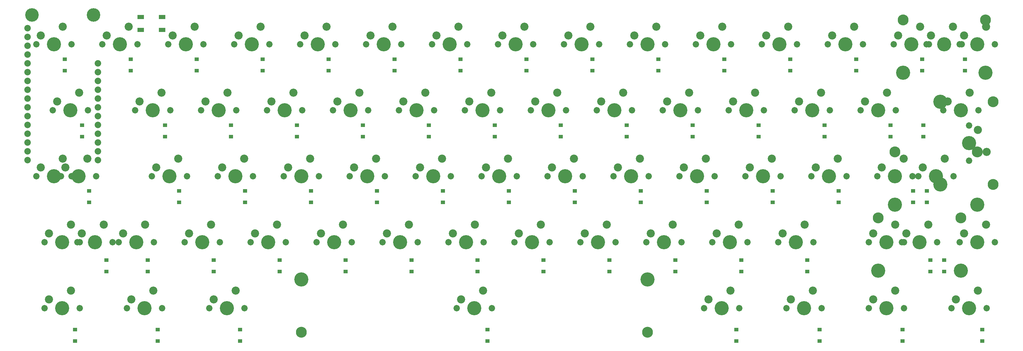
<source format=gbr>
%TF.GenerationSoftware,KiCad,Pcbnew,(5.1.6)-1*%
%TF.CreationDate,2020-11-16T00:09:50-08:00*%
%TF.ProjectId,Wireless-Keyboard,57697265-6c65-4737-932d-4b6579626f61,rev?*%
%TF.SameCoordinates,Original*%
%TF.FileFunction,Soldermask,Bot*%
%TF.FilePolarity,Negative*%
%FSLAX46Y46*%
G04 Gerber Fmt 4.6, Leading zero omitted, Abs format (unit mm)*
G04 Created by KiCad (PCBNEW (5.1.6)-1) date 2020-11-16 00:09:50*
%MOMM*%
%LPD*%
G01*
G04 APERTURE LIST*
%ADD10R,1.900000X1.200000*%
%ADD11C,3.910000*%
%ADD12C,1.878000*%
%ADD13C,2.350000*%
%ADD14C,4.087800*%
%ADD15C,1.850000*%
%ADD16C,3.148000*%
%ADD17R,1.300000X1.000000*%
G04 APERTURE END LIST*
D10*
%TO.C,SW1*%
X81100000Y-105850000D03*
X74900000Y-102150000D03*
X81100000Y-102150000D03*
X74900000Y-105850000D03*
%TD*%
D11*
%TO.C,MS1*%
X43540000Y-101540000D03*
X61320000Y-101540000D03*
D12*
X62590000Y-115510000D03*
X62590000Y-118050000D03*
X62590000Y-120590000D03*
X62590000Y-123130000D03*
X62590000Y-125670000D03*
X62590000Y-128210000D03*
X62590000Y-130750000D03*
X62590000Y-133290000D03*
X62590000Y-135830000D03*
X62590000Y-138370000D03*
X62590000Y-140910000D03*
X62590000Y-143450000D03*
X42270000Y-143450000D03*
X42270000Y-140910000D03*
X42270000Y-138370000D03*
X42270000Y-135830000D03*
X42270000Y-133290000D03*
X42270000Y-130750000D03*
X42270000Y-128210000D03*
X42270000Y-125670000D03*
X42270000Y-123130000D03*
X42270000Y-120590000D03*
X42270000Y-118050000D03*
X42270000Y-115510000D03*
X42270000Y-112970000D03*
X42270000Y-110430000D03*
X42270000Y-107890000D03*
X42270000Y-105350000D03*
%TD*%
D13*
%TO.C,MX66*%
X173840000Y-181120000D03*
D14*
X171300000Y-186200000D03*
D13*
X167490000Y-183660000D03*
D15*
X166220000Y-186200000D03*
X176380000Y-186200000D03*
D16*
X121300100Y-193185000D03*
X221299900Y-193185000D03*
D14*
X121300100Y-177945000D03*
X221299900Y-177945000D03*
%TD*%
D13*
%TO.C,MX69*%
X292902500Y-181120000D03*
D14*
X290362500Y-186200000D03*
D13*
X286552500Y-183660000D03*
D15*
X285282500Y-186200000D03*
X295442500Y-186200000D03*
%TD*%
D13*
%TO.C,MX48*%
X64302500Y-162070000D03*
D14*
X61762500Y-167150000D03*
D13*
X57952500Y-164610000D03*
D15*
X56682500Y-167150000D03*
X66842500Y-167150000D03*
%TD*%
D13*
%TO.C,MX17*%
X57158750Y-123970000D03*
D14*
X54618750Y-129050000D03*
D13*
X50808750Y-126510000D03*
D15*
X49538750Y-129050000D03*
X59698750Y-129050000D03*
%TD*%
D13*
%TO.C,MX31*%
X52396250Y-143020000D03*
D14*
X49856250Y-148100000D03*
D13*
X46046250Y-145560000D03*
D15*
X44776250Y-148100000D03*
X54936250Y-148100000D03*
%TD*%
D13*
%TO.C,MX45*%
X307190000Y-143020000D03*
D14*
X304650000Y-148100000D03*
D13*
X300840000Y-145560000D03*
D15*
X299570000Y-148100000D03*
X309730000Y-148100000D03*
D16*
X292743750Y-141115000D03*
X316556250Y-141115000D03*
D14*
X292743750Y-156355000D03*
X316556250Y-156355000D03*
%TD*%
D13*
%TO.C,MX44*%
X295283750Y-143020000D03*
D14*
X292743750Y-148100000D03*
D13*
X288933750Y-145560000D03*
D15*
X287663750Y-148100000D03*
X297823750Y-148100000D03*
%TD*%
D13*
%TO.C,MX70*%
X316715000Y-181120000D03*
D14*
X314175000Y-186200000D03*
D13*
X310365000Y-183660000D03*
D15*
X309095000Y-186200000D03*
X319255000Y-186200000D03*
%TD*%
D13*
%TO.C,MX68*%
X269090000Y-181120000D03*
D14*
X266550000Y-186200000D03*
D13*
X262740000Y-183660000D03*
D15*
X261470000Y-186200000D03*
X271630000Y-186200000D03*
%TD*%
D13*
%TO.C,MX67*%
X245277500Y-181120000D03*
D14*
X242737500Y-186200000D03*
D13*
X238927500Y-183660000D03*
D15*
X237657500Y-186200000D03*
X247817500Y-186200000D03*
%TD*%
D13*
%TO.C,MX65*%
X102402500Y-181120000D03*
D14*
X99862500Y-186200000D03*
D13*
X96052500Y-183660000D03*
D15*
X94782500Y-186200000D03*
X104942500Y-186200000D03*
%TD*%
D13*
%TO.C,MX64*%
X78590000Y-181120000D03*
D14*
X76050000Y-186200000D03*
D13*
X72240000Y-183660000D03*
D15*
X70970000Y-186200000D03*
X81130000Y-186200000D03*
%TD*%
D13*
%TO.C,MX63*%
X54777500Y-181120000D03*
D14*
X52237500Y-186200000D03*
D13*
X48427500Y-183660000D03*
D15*
X47157500Y-186200000D03*
X57317500Y-186200000D03*
%TD*%
D13*
%TO.C,MX62*%
X319096250Y-162070000D03*
D14*
X316556250Y-167150000D03*
D13*
X312746250Y-164610000D03*
D15*
X311476250Y-167150000D03*
X321636250Y-167150000D03*
%TD*%
D13*
%TO.C,MX61*%
X292902500Y-162070000D03*
D14*
X290362500Y-167150000D03*
D13*
X286552500Y-164610000D03*
D15*
X285282500Y-167150000D03*
X295442500Y-167150000D03*
%TD*%
D13*
%TO.C,MX60*%
X302427500Y-162070000D03*
D14*
X299887500Y-167150000D03*
D13*
X296077500Y-164610000D03*
D15*
X294807500Y-167150000D03*
X304967500Y-167150000D03*
D16*
X287981250Y-160165000D03*
X311793750Y-160165000D03*
D14*
X287981250Y-175405000D03*
X311793750Y-175405000D03*
%TD*%
D13*
%TO.C,MX59*%
X266708750Y-162070000D03*
D14*
X264168750Y-167150000D03*
D13*
X260358750Y-164610000D03*
D15*
X259088750Y-167150000D03*
X269248750Y-167150000D03*
%TD*%
D13*
%TO.C,MX58*%
X247658750Y-162070000D03*
D14*
X245118750Y-167150000D03*
D13*
X241308750Y-164610000D03*
D15*
X240038750Y-167150000D03*
X250198750Y-167150000D03*
%TD*%
D13*
%TO.C,MX57*%
X228608750Y-162070000D03*
D14*
X226068750Y-167150000D03*
D13*
X222258750Y-164610000D03*
D15*
X220988750Y-167150000D03*
X231148750Y-167150000D03*
%TD*%
D13*
%TO.C,MX56*%
X209558750Y-162070000D03*
D14*
X207018750Y-167150000D03*
D13*
X203208750Y-164610000D03*
D15*
X201938750Y-167150000D03*
X212098750Y-167150000D03*
%TD*%
D13*
%TO.C,MX55*%
X190508750Y-162070000D03*
D14*
X187968750Y-167150000D03*
D13*
X184158750Y-164610000D03*
D15*
X182888750Y-167150000D03*
X193048750Y-167150000D03*
%TD*%
D13*
%TO.C,MX54*%
X171458750Y-162070000D03*
D14*
X168918750Y-167150000D03*
D13*
X165108750Y-164610000D03*
D15*
X163838750Y-167150000D03*
X173998750Y-167150000D03*
%TD*%
D13*
%TO.C,MX53*%
X152408750Y-162070000D03*
D14*
X149868750Y-167150000D03*
D13*
X146058750Y-164610000D03*
D15*
X144788750Y-167150000D03*
X154948750Y-167150000D03*
%TD*%
D13*
%TO.C,MX52*%
X133358750Y-162070000D03*
D14*
X130818750Y-167150000D03*
D13*
X127008750Y-164610000D03*
D15*
X125738750Y-167150000D03*
X135898750Y-167150000D03*
%TD*%
D13*
%TO.C,MX51*%
X114308750Y-162070000D03*
D14*
X111768750Y-167150000D03*
D13*
X107958750Y-164610000D03*
D15*
X106688750Y-167150000D03*
X116848750Y-167150000D03*
%TD*%
D13*
%TO.C,MX50*%
X95258750Y-162070000D03*
D14*
X92718750Y-167150000D03*
D13*
X88908750Y-164610000D03*
D15*
X87638750Y-167150000D03*
X97798750Y-167150000D03*
%TD*%
D13*
%TO.C,MX49*%
X76208750Y-162070000D03*
D14*
X73668750Y-167150000D03*
D13*
X69858750Y-164610000D03*
D15*
X68588750Y-167150000D03*
X78748750Y-167150000D03*
%TD*%
D13*
%TO.C,MX47*%
X54777500Y-162070000D03*
D14*
X52237500Y-167150000D03*
D13*
X48427500Y-164610000D03*
D15*
X47157500Y-167150000D03*
X57317500Y-167150000D03*
%TD*%
D14*
%TO.C,MX46*%
X305920000Y-126637000D03*
X305920000Y-150513000D03*
D16*
X321160000Y-126637000D03*
X321160000Y-150513000D03*
D15*
X314175000Y-143655000D03*
X314175000Y-133495000D03*
D13*
X316715000Y-134765000D03*
D14*
X314175000Y-138575000D03*
D13*
X319255000Y-141115000D03*
%TD*%
%TO.C,MX43*%
X276233750Y-143020000D03*
D14*
X273693750Y-148100000D03*
D13*
X269883750Y-145560000D03*
D15*
X268613750Y-148100000D03*
X278773750Y-148100000D03*
%TD*%
D13*
%TO.C,MX42*%
X257183750Y-143020000D03*
D14*
X254643750Y-148100000D03*
D13*
X250833750Y-145560000D03*
D15*
X249563750Y-148100000D03*
X259723750Y-148100000D03*
%TD*%
D13*
%TO.C,MX41*%
X238133750Y-143020000D03*
D14*
X235593750Y-148100000D03*
D13*
X231783750Y-145560000D03*
D15*
X230513750Y-148100000D03*
X240673750Y-148100000D03*
%TD*%
D13*
%TO.C,MX40*%
X219083750Y-143020000D03*
D14*
X216543750Y-148100000D03*
D13*
X212733750Y-145560000D03*
D15*
X211463750Y-148100000D03*
X221623750Y-148100000D03*
%TD*%
D13*
%TO.C,MX39*%
X200033750Y-143020000D03*
D14*
X197493750Y-148100000D03*
D13*
X193683750Y-145560000D03*
D15*
X192413750Y-148100000D03*
X202573750Y-148100000D03*
%TD*%
D13*
%TO.C,MX38*%
X180983750Y-143020000D03*
D14*
X178443750Y-148100000D03*
D13*
X174633750Y-145560000D03*
D15*
X173363750Y-148100000D03*
X183523750Y-148100000D03*
%TD*%
D13*
%TO.C,MX37*%
X161933750Y-143020000D03*
D14*
X159393750Y-148100000D03*
D13*
X155583750Y-145560000D03*
D15*
X154313750Y-148100000D03*
X164473750Y-148100000D03*
%TD*%
D13*
%TO.C,MX36*%
X142883750Y-143020000D03*
D14*
X140343750Y-148100000D03*
D13*
X136533750Y-145560000D03*
D15*
X135263750Y-148100000D03*
X145423750Y-148100000D03*
%TD*%
D13*
%TO.C,MX35*%
X123833750Y-143020000D03*
D14*
X121293750Y-148100000D03*
D13*
X117483750Y-145560000D03*
D15*
X116213750Y-148100000D03*
X126373750Y-148100000D03*
%TD*%
D13*
%TO.C,MX34*%
X104783750Y-143020000D03*
D14*
X102243750Y-148100000D03*
D13*
X98433750Y-145560000D03*
D15*
X97163750Y-148100000D03*
X107323750Y-148100000D03*
%TD*%
D13*
%TO.C,MX33*%
X85733750Y-143020000D03*
D14*
X83193750Y-148100000D03*
D13*
X79383750Y-145560000D03*
D15*
X78113750Y-148100000D03*
X88273750Y-148100000D03*
%TD*%
D13*
%TO.C,MX32*%
X59540000Y-143020000D03*
D14*
X57000000Y-148100000D03*
D13*
X53190000Y-145560000D03*
D15*
X51920000Y-148100000D03*
X62080000Y-148100000D03*
%TD*%
D13*
%TO.C,MX30*%
X314333750Y-123970000D03*
D14*
X311793750Y-129050000D03*
D13*
X307983750Y-126510000D03*
D15*
X306713750Y-129050000D03*
X316873750Y-129050000D03*
%TD*%
D13*
%TO.C,MX29*%
X290521250Y-123970000D03*
D14*
X287981250Y-129050000D03*
D13*
X284171250Y-126510000D03*
D15*
X282901250Y-129050000D03*
X293061250Y-129050000D03*
%TD*%
D13*
%TO.C,MX28*%
X271471250Y-123970000D03*
D14*
X268931250Y-129050000D03*
D13*
X265121250Y-126510000D03*
D15*
X263851250Y-129050000D03*
X274011250Y-129050000D03*
%TD*%
D13*
%TO.C,MX27*%
X252421250Y-123970000D03*
D14*
X249881250Y-129050000D03*
D13*
X246071250Y-126510000D03*
D15*
X244801250Y-129050000D03*
X254961250Y-129050000D03*
%TD*%
D13*
%TO.C,MX26*%
X233371250Y-123970000D03*
D14*
X230831250Y-129050000D03*
D13*
X227021250Y-126510000D03*
D15*
X225751250Y-129050000D03*
X235911250Y-129050000D03*
%TD*%
D13*
%TO.C,MX25*%
X214321250Y-123970000D03*
D14*
X211781250Y-129050000D03*
D13*
X207971250Y-126510000D03*
D15*
X206701250Y-129050000D03*
X216861250Y-129050000D03*
%TD*%
D13*
%TO.C,MX24*%
X195271250Y-123970000D03*
D14*
X192731250Y-129050000D03*
D13*
X188921250Y-126510000D03*
D15*
X187651250Y-129050000D03*
X197811250Y-129050000D03*
%TD*%
D13*
%TO.C,MX23*%
X176221250Y-123970000D03*
D14*
X173681250Y-129050000D03*
D13*
X169871250Y-126510000D03*
D15*
X168601250Y-129050000D03*
X178761250Y-129050000D03*
%TD*%
D13*
%TO.C,MX22*%
X157171250Y-123970000D03*
D14*
X154631250Y-129050000D03*
D13*
X150821250Y-126510000D03*
D15*
X149551250Y-129050000D03*
X159711250Y-129050000D03*
%TD*%
D13*
%TO.C,MX21*%
X138121250Y-123970000D03*
D14*
X135581250Y-129050000D03*
D13*
X131771250Y-126510000D03*
D15*
X130501250Y-129050000D03*
X140661250Y-129050000D03*
%TD*%
D13*
%TO.C,MX20*%
X119071250Y-123970000D03*
D14*
X116531250Y-129050000D03*
D13*
X112721250Y-126510000D03*
D15*
X111451250Y-129050000D03*
X121611250Y-129050000D03*
%TD*%
D13*
%TO.C,MX19*%
X100021250Y-123970000D03*
D14*
X97481250Y-129050000D03*
D13*
X93671250Y-126510000D03*
D15*
X92401250Y-129050000D03*
X102561250Y-129050000D03*
%TD*%
D13*
%TO.C,MX18*%
X80971250Y-123970000D03*
D14*
X78431250Y-129050000D03*
D13*
X74621250Y-126510000D03*
D15*
X73351250Y-129050000D03*
X83511250Y-129050000D03*
%TD*%
D13*
%TO.C,MX16*%
X319096250Y-104920000D03*
D14*
X316556250Y-110000000D03*
D13*
X312746250Y-107460000D03*
D15*
X311476250Y-110000000D03*
X321636250Y-110000000D03*
%TD*%
D13*
%TO.C,MX15*%
X300046250Y-104920000D03*
D14*
X297506250Y-110000000D03*
D13*
X293696250Y-107460000D03*
D15*
X292426250Y-110000000D03*
X302586250Y-110000000D03*
%TD*%
D13*
%TO.C,MX14*%
X309571250Y-104920000D03*
D14*
X307031250Y-110000000D03*
D13*
X303221250Y-107460000D03*
D15*
X301951250Y-110000000D03*
X312111250Y-110000000D03*
D16*
X295125000Y-103015000D03*
X318937500Y-103015000D03*
D14*
X295125000Y-118255000D03*
X318937500Y-118255000D03*
%TD*%
D13*
%TO.C,MX13*%
X280996250Y-104920000D03*
D14*
X278456250Y-110000000D03*
D13*
X274646250Y-107460000D03*
D15*
X273376250Y-110000000D03*
X283536250Y-110000000D03*
%TD*%
D13*
%TO.C,MX12*%
X261946250Y-104920000D03*
D14*
X259406250Y-110000000D03*
D13*
X255596250Y-107460000D03*
D15*
X254326250Y-110000000D03*
X264486250Y-110000000D03*
%TD*%
D13*
%TO.C,MX11*%
X242896250Y-104920000D03*
D14*
X240356250Y-110000000D03*
D13*
X236546250Y-107460000D03*
D15*
X235276250Y-110000000D03*
X245436250Y-110000000D03*
%TD*%
D13*
%TO.C,MX10*%
X223846250Y-104920000D03*
D14*
X221306250Y-110000000D03*
D13*
X217496250Y-107460000D03*
D15*
X216226250Y-110000000D03*
X226386250Y-110000000D03*
%TD*%
D13*
%TO.C,MX9*%
X204796250Y-104920000D03*
D14*
X202256250Y-110000000D03*
D13*
X198446250Y-107460000D03*
D15*
X197176250Y-110000000D03*
X207336250Y-110000000D03*
%TD*%
D13*
%TO.C,MX8*%
X185746250Y-104920000D03*
D14*
X183206250Y-110000000D03*
D13*
X179396250Y-107460000D03*
D15*
X178126250Y-110000000D03*
X188286250Y-110000000D03*
%TD*%
D13*
%TO.C,MX7*%
X166696250Y-104920000D03*
D14*
X164156250Y-110000000D03*
D13*
X160346250Y-107460000D03*
D15*
X159076250Y-110000000D03*
X169236250Y-110000000D03*
%TD*%
D13*
%TO.C,MX6*%
X147646250Y-104920000D03*
D14*
X145106250Y-110000000D03*
D13*
X141296250Y-107460000D03*
D15*
X140026250Y-110000000D03*
X150186250Y-110000000D03*
%TD*%
D13*
%TO.C,MX5*%
X128596250Y-104920000D03*
D14*
X126056250Y-110000000D03*
D13*
X122246250Y-107460000D03*
D15*
X120976250Y-110000000D03*
X131136250Y-110000000D03*
%TD*%
D13*
%TO.C,MX4*%
X109546250Y-104920000D03*
D14*
X107006250Y-110000000D03*
D13*
X103196250Y-107460000D03*
D15*
X101926250Y-110000000D03*
X112086250Y-110000000D03*
%TD*%
D13*
%TO.C,MX3*%
X90496250Y-104920000D03*
D14*
X87956250Y-110000000D03*
D13*
X84146250Y-107460000D03*
D15*
X82876250Y-110000000D03*
X93036250Y-110000000D03*
%TD*%
D13*
%TO.C,MX2*%
X71446250Y-104920000D03*
D14*
X68906250Y-110000000D03*
D13*
X65096250Y-107460000D03*
D15*
X63826250Y-110000000D03*
X73986250Y-110000000D03*
%TD*%
D13*
%TO.C,MX1*%
X52396250Y-104920000D03*
D14*
X49856250Y-110000000D03*
D13*
X46046250Y-107460000D03*
D15*
X44776250Y-110000000D03*
X54936250Y-110000000D03*
%TD*%
D17*
%TO.C,D65*%
X318000000Y-192350000D03*
X318000000Y-195650000D03*
%TD*%
%TO.C,D64*%
X295000000Y-192350000D03*
X295000000Y-195650000D03*
%TD*%
%TO.C,D63*%
X271000000Y-192350000D03*
X271000000Y-195650000D03*
%TD*%
%TO.C,D62*%
X247000000Y-192350000D03*
X247000000Y-195650000D03*
%TD*%
%TO.C,D61*%
X175062500Y-192350000D03*
X175062500Y-195650000D03*
%TD*%
%TO.C,D60*%
X103625000Y-192350000D03*
X103625000Y-195650000D03*
%TD*%
%TO.C,D59*%
X79812500Y-192350000D03*
X79812500Y-195650000D03*
%TD*%
%TO.C,D58*%
X56000000Y-192350000D03*
X56000000Y-195650000D03*
%TD*%
%TO.C,D57*%
X307000000Y-172350000D03*
X307000000Y-175650000D03*
%TD*%
%TO.C,D56*%
X303000000Y-172350000D03*
X303000000Y-175650000D03*
%TD*%
%TO.C,D55*%
X267500000Y-172350000D03*
X267500000Y-175650000D03*
%TD*%
%TO.C,D54*%
X248450000Y-172350000D03*
X248450000Y-175650000D03*
%TD*%
%TO.C,D53*%
X229400000Y-172350000D03*
X229400000Y-175650000D03*
%TD*%
%TO.C,D52*%
X210350000Y-172350000D03*
X210350000Y-175650000D03*
%TD*%
%TO.C,D51*%
X191300000Y-172350000D03*
X191300000Y-175650000D03*
%TD*%
%TO.C,D50*%
X172250000Y-172350000D03*
X172250000Y-175650000D03*
%TD*%
%TO.C,D49*%
X153200000Y-172350000D03*
X153200000Y-175650000D03*
%TD*%
%TO.C,D48*%
X134150000Y-172350000D03*
X134150000Y-175650000D03*
%TD*%
%TO.C,D47*%
X115100000Y-172350000D03*
X115100000Y-175650000D03*
%TD*%
%TO.C,D46*%
X96050000Y-172350000D03*
X96050000Y-175650000D03*
%TD*%
%TO.C,D45*%
X77000000Y-172350000D03*
X77000000Y-175650000D03*
%TD*%
%TO.C,D44*%
X65000000Y-172350000D03*
X65000000Y-175650000D03*
%TD*%
%TO.C,D43*%
X302000000Y-152350000D03*
X302000000Y-155650000D03*
%TD*%
%TO.C,D42*%
X298000000Y-152350000D03*
X298000000Y-155650000D03*
%TD*%
%TO.C,D41*%
X276500000Y-152350000D03*
X276500000Y-155650000D03*
%TD*%
%TO.C,D40*%
X257450000Y-152350000D03*
X257450000Y-155650000D03*
%TD*%
%TO.C,D39*%
X238400000Y-152350000D03*
X238400000Y-155650000D03*
%TD*%
%TO.C,D38*%
X219350000Y-152350000D03*
X219350000Y-155650000D03*
%TD*%
%TO.C,D37*%
X200300000Y-152350000D03*
X200300000Y-155650000D03*
%TD*%
%TO.C,D36*%
X181250000Y-152350000D03*
X181250000Y-155650000D03*
%TD*%
%TO.C,D35*%
X162200000Y-152350000D03*
X162200000Y-155650000D03*
%TD*%
%TO.C,D34*%
X143150000Y-152350000D03*
X143150000Y-155650000D03*
%TD*%
%TO.C,D33*%
X124100000Y-152350000D03*
X124100000Y-155650000D03*
%TD*%
%TO.C,D32*%
X105050000Y-152350000D03*
X105050000Y-155650000D03*
%TD*%
%TO.C,D31*%
X86000000Y-152350000D03*
X86000000Y-155650000D03*
%TD*%
%TO.C,D30*%
X60000000Y-152350000D03*
X60000000Y-155650000D03*
%TD*%
%TO.C,D29*%
X301000000Y-133400000D03*
X301000000Y-136700000D03*
%TD*%
%TO.C,D28*%
X291550000Y-133400000D03*
X291550000Y-136700000D03*
%TD*%
%TO.C,D27*%
X272500000Y-133400000D03*
X272500000Y-136700000D03*
%TD*%
%TO.C,D26*%
X253450000Y-133400000D03*
X253450000Y-136700000D03*
%TD*%
%TO.C,D25*%
X234400000Y-133400000D03*
X234400000Y-136700000D03*
%TD*%
%TO.C,D24*%
X215350000Y-133400000D03*
X215350000Y-136700000D03*
%TD*%
%TO.C,D23*%
X196300000Y-133400000D03*
X196300000Y-136700000D03*
%TD*%
%TO.C,D22*%
X177250000Y-133400000D03*
X177250000Y-136700000D03*
%TD*%
%TO.C,D21*%
X158200000Y-133400000D03*
X158200000Y-136700000D03*
%TD*%
%TO.C,D20*%
X139150000Y-133400000D03*
X139150000Y-136700000D03*
%TD*%
%TO.C,D19*%
X120100000Y-133400000D03*
X120100000Y-136700000D03*
%TD*%
%TO.C,D18*%
X101050000Y-133400000D03*
X101050000Y-136700000D03*
%TD*%
%TO.C,D17*%
X82000000Y-133400000D03*
X82000000Y-136700000D03*
%TD*%
%TO.C,D16*%
X58000000Y-133400000D03*
X58000000Y-136700000D03*
%TD*%
%TO.C,D15*%
X313000000Y-114350000D03*
X313000000Y-117650000D03*
%TD*%
%TO.C,D14*%
X300650000Y-114350000D03*
X300650000Y-117650000D03*
%TD*%
%TO.C,D13*%
X281600000Y-114350000D03*
X281600000Y-117650000D03*
%TD*%
%TO.C,D12*%
X262550000Y-114350000D03*
X262550000Y-117650000D03*
%TD*%
%TO.C,D11*%
X243500000Y-114350000D03*
X243500000Y-117650000D03*
%TD*%
%TO.C,D10*%
X224450000Y-114350000D03*
X224450000Y-117650000D03*
%TD*%
%TO.C,D9*%
X205400000Y-114350000D03*
X205400000Y-117650000D03*
%TD*%
%TO.C,D8*%
X186350000Y-114350000D03*
X186350000Y-117650000D03*
%TD*%
%TO.C,D7*%
X167300000Y-114350000D03*
X167300000Y-117650000D03*
%TD*%
%TO.C,D6*%
X148250000Y-114350000D03*
X148250000Y-117650000D03*
%TD*%
%TO.C,D5*%
X129200000Y-114350000D03*
X129200000Y-117650000D03*
%TD*%
%TO.C,D4*%
X110150000Y-114350000D03*
X110150000Y-117650000D03*
%TD*%
%TO.C,D3*%
X91100000Y-114350000D03*
X91100000Y-117650000D03*
%TD*%
%TO.C,D2*%
X72050000Y-114350000D03*
X72050000Y-117650000D03*
%TD*%
%TO.C,D1*%
X53000000Y-114350000D03*
X53000000Y-117650000D03*
%TD*%
M02*

</source>
